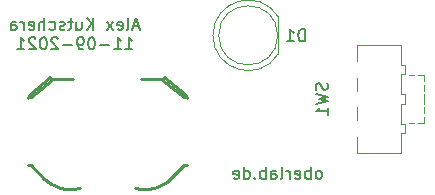
<source format=gbr>
%TF.GenerationSoftware,KiCad,Pcbnew,5.1.10*%
%TF.CreationDate,2021-09-11T14:18:55+02:00*%
%TF.ProjectId,alpaka_svg2shenzhen,616c7061-6b61-45f7-9376-67327368656e,rev?*%
%TF.SameCoordinates,Original*%
%TF.FileFunction,Legend,Bot*%
%TF.FilePolarity,Positive*%
%FSLAX46Y46*%
G04 Gerber Fmt 4.6, Leading zero omitted, Abs format (unit mm)*
G04 Created by KiCad (PCBNEW 5.1.10) date 2021-09-11 14:18:55*
%MOMM*%
%LPD*%
G01*
G04 APERTURE LIST*
%ADD10C,0.150000*%
%ADD11C,0.254000*%
%ADD12C,0.120000*%
G04 APERTURE END LIST*
D10*
X99966019Y-60599580D02*
X100061257Y-60551961D01*
X100108876Y-60504342D01*
X100156495Y-60409104D01*
X100156495Y-60123390D01*
X100108876Y-60028152D01*
X100061257Y-59980533D01*
X99966019Y-59932914D01*
X99823161Y-59932914D01*
X99727923Y-59980533D01*
X99680304Y-60028152D01*
X99632685Y-60123390D01*
X99632685Y-60409104D01*
X99680304Y-60504342D01*
X99727923Y-60551961D01*
X99823161Y-60599580D01*
X99966019Y-60599580D01*
X99204114Y-60599580D02*
X99204114Y-59599580D01*
X99204114Y-59980533D02*
X99108876Y-59932914D01*
X98918400Y-59932914D01*
X98823161Y-59980533D01*
X98775542Y-60028152D01*
X98727923Y-60123390D01*
X98727923Y-60409104D01*
X98775542Y-60504342D01*
X98823161Y-60551961D01*
X98918400Y-60599580D01*
X99108876Y-60599580D01*
X99204114Y-60551961D01*
X97918400Y-60551961D02*
X98013638Y-60599580D01*
X98204114Y-60599580D01*
X98299352Y-60551961D01*
X98346971Y-60456723D01*
X98346971Y-60075771D01*
X98299352Y-59980533D01*
X98204114Y-59932914D01*
X98013638Y-59932914D01*
X97918400Y-59980533D01*
X97870780Y-60075771D01*
X97870780Y-60171009D01*
X98346971Y-60266247D01*
X97442209Y-60599580D02*
X97442209Y-59932914D01*
X97442209Y-60123390D02*
X97394590Y-60028152D01*
X97346971Y-59980533D01*
X97251733Y-59932914D01*
X97156495Y-59932914D01*
X96680304Y-60599580D02*
X96775542Y-60551961D01*
X96823161Y-60456723D01*
X96823161Y-59599580D01*
X95870780Y-60599580D02*
X95870780Y-60075771D01*
X95918400Y-59980533D01*
X96013638Y-59932914D01*
X96204114Y-59932914D01*
X96299352Y-59980533D01*
X95870780Y-60551961D02*
X95966019Y-60599580D01*
X96204114Y-60599580D01*
X96299352Y-60551961D01*
X96346971Y-60456723D01*
X96346971Y-60361485D01*
X96299352Y-60266247D01*
X96204114Y-60218628D01*
X95966019Y-60218628D01*
X95870780Y-60171009D01*
X95394590Y-60599580D02*
X95394590Y-59599580D01*
X95394590Y-59980533D02*
X95299352Y-59932914D01*
X95108876Y-59932914D01*
X95013638Y-59980533D01*
X94966019Y-60028152D01*
X94918400Y-60123390D01*
X94918400Y-60409104D01*
X94966019Y-60504342D01*
X95013638Y-60551961D01*
X95108876Y-60599580D01*
X95299352Y-60599580D01*
X95394590Y-60551961D01*
X94489828Y-60504342D02*
X94442209Y-60551961D01*
X94489828Y-60599580D01*
X94537447Y-60551961D01*
X94489828Y-60504342D01*
X94489828Y-60599580D01*
X93585066Y-60599580D02*
X93585066Y-59599580D01*
X93585066Y-60551961D02*
X93680304Y-60599580D01*
X93870780Y-60599580D01*
X93966019Y-60551961D01*
X94013638Y-60504342D01*
X94061257Y-60409104D01*
X94061257Y-60123390D01*
X94013638Y-60028152D01*
X93966019Y-59980533D01*
X93870780Y-59932914D01*
X93680304Y-59932914D01*
X93585066Y-59980533D01*
X92727923Y-60551961D02*
X92823161Y-60599580D01*
X93013638Y-60599580D01*
X93108876Y-60551961D01*
X93156495Y-60456723D01*
X93156495Y-60075771D01*
X93108876Y-59980533D01*
X93013638Y-59932914D01*
X92823161Y-59932914D01*
X92727923Y-59980533D01*
X92680304Y-60075771D01*
X92680304Y-60171009D01*
X93156495Y-60266247D01*
X84676571Y-47703266D02*
X84200380Y-47703266D01*
X84771809Y-47988980D02*
X84438476Y-46988980D01*
X84105142Y-47988980D01*
X83628952Y-47988980D02*
X83724190Y-47941361D01*
X83771809Y-47846123D01*
X83771809Y-46988980D01*
X82867047Y-47941361D02*
X82962285Y-47988980D01*
X83152761Y-47988980D01*
X83248000Y-47941361D01*
X83295619Y-47846123D01*
X83295619Y-47465171D01*
X83248000Y-47369933D01*
X83152761Y-47322314D01*
X82962285Y-47322314D01*
X82867047Y-47369933D01*
X82819428Y-47465171D01*
X82819428Y-47560409D01*
X83295619Y-47655647D01*
X82486095Y-47988980D02*
X81962285Y-47322314D01*
X82486095Y-47322314D02*
X81962285Y-47988980D01*
X80819428Y-47988980D02*
X80819428Y-46988980D01*
X80248000Y-47988980D02*
X80676571Y-47417552D01*
X80248000Y-46988980D02*
X80819428Y-47560409D01*
X79390857Y-47322314D02*
X79390857Y-47988980D01*
X79819428Y-47322314D02*
X79819428Y-47846123D01*
X79771809Y-47941361D01*
X79676571Y-47988980D01*
X79533714Y-47988980D01*
X79438476Y-47941361D01*
X79390857Y-47893742D01*
X79057523Y-47322314D02*
X78676571Y-47322314D01*
X78914666Y-46988980D02*
X78914666Y-47846123D01*
X78867047Y-47941361D01*
X78771809Y-47988980D01*
X78676571Y-47988980D01*
X78390857Y-47941361D02*
X78295619Y-47988980D01*
X78105142Y-47988980D01*
X78009904Y-47941361D01*
X77962285Y-47846123D01*
X77962285Y-47798504D01*
X78009904Y-47703266D01*
X78105142Y-47655647D01*
X78248000Y-47655647D01*
X78343238Y-47608028D01*
X78390857Y-47512790D01*
X78390857Y-47465171D01*
X78343238Y-47369933D01*
X78248000Y-47322314D01*
X78105142Y-47322314D01*
X78009904Y-47369933D01*
X77105142Y-47941361D02*
X77200380Y-47988980D01*
X77390857Y-47988980D01*
X77486095Y-47941361D01*
X77533714Y-47893742D01*
X77581333Y-47798504D01*
X77581333Y-47512790D01*
X77533714Y-47417552D01*
X77486095Y-47369933D01*
X77390857Y-47322314D01*
X77200380Y-47322314D01*
X77105142Y-47369933D01*
X76676571Y-47988980D02*
X76676571Y-46988980D01*
X76248000Y-47988980D02*
X76248000Y-47465171D01*
X76295619Y-47369933D01*
X76390857Y-47322314D01*
X76533714Y-47322314D01*
X76628952Y-47369933D01*
X76676571Y-47417552D01*
X75390857Y-47941361D02*
X75486095Y-47988980D01*
X75676571Y-47988980D01*
X75771809Y-47941361D01*
X75819428Y-47846123D01*
X75819428Y-47465171D01*
X75771809Y-47369933D01*
X75676571Y-47322314D01*
X75486095Y-47322314D01*
X75390857Y-47369933D01*
X75343238Y-47465171D01*
X75343238Y-47560409D01*
X75819428Y-47655647D01*
X74914666Y-47988980D02*
X74914666Y-47322314D01*
X74914666Y-47512790D02*
X74867047Y-47417552D01*
X74819428Y-47369933D01*
X74724190Y-47322314D01*
X74628952Y-47322314D01*
X73867047Y-47988980D02*
X73867047Y-47465171D01*
X73914666Y-47369933D01*
X74009904Y-47322314D01*
X74200380Y-47322314D01*
X74295619Y-47369933D01*
X73867047Y-47941361D02*
X73962285Y-47988980D01*
X74200380Y-47988980D01*
X74295619Y-47941361D01*
X74343238Y-47846123D01*
X74343238Y-47750885D01*
X74295619Y-47655647D01*
X74200380Y-47608028D01*
X73962285Y-47608028D01*
X73867047Y-47560409D01*
X83533714Y-49638980D02*
X84105142Y-49638980D01*
X83819428Y-49638980D02*
X83819428Y-48638980D01*
X83914666Y-48781838D01*
X84009904Y-48877076D01*
X84105142Y-48924695D01*
X82581333Y-49638980D02*
X83152761Y-49638980D01*
X82867047Y-49638980D02*
X82867047Y-48638980D01*
X82962285Y-48781838D01*
X83057523Y-48877076D01*
X83152761Y-48924695D01*
X82152761Y-49258028D02*
X81390857Y-49258028D01*
X80724190Y-48638980D02*
X80628952Y-48638980D01*
X80533714Y-48686600D01*
X80486095Y-48734219D01*
X80438476Y-48829457D01*
X80390857Y-49019933D01*
X80390857Y-49258028D01*
X80438476Y-49448504D01*
X80486095Y-49543742D01*
X80533714Y-49591361D01*
X80628952Y-49638980D01*
X80724190Y-49638980D01*
X80819428Y-49591361D01*
X80867047Y-49543742D01*
X80914666Y-49448504D01*
X80962285Y-49258028D01*
X80962285Y-49019933D01*
X80914666Y-48829457D01*
X80867047Y-48734219D01*
X80819428Y-48686600D01*
X80724190Y-48638980D01*
X79914666Y-49638980D02*
X79724190Y-49638980D01*
X79628952Y-49591361D01*
X79581333Y-49543742D01*
X79486095Y-49400885D01*
X79438476Y-49210409D01*
X79438476Y-48829457D01*
X79486095Y-48734219D01*
X79533714Y-48686600D01*
X79628952Y-48638980D01*
X79819428Y-48638980D01*
X79914666Y-48686600D01*
X79962285Y-48734219D01*
X80009904Y-48829457D01*
X80009904Y-49067552D01*
X79962285Y-49162790D01*
X79914666Y-49210409D01*
X79819428Y-49258028D01*
X79628952Y-49258028D01*
X79533714Y-49210409D01*
X79486095Y-49162790D01*
X79438476Y-49067552D01*
X79009904Y-49258028D02*
X78248000Y-49258028D01*
X77819428Y-48734219D02*
X77771809Y-48686600D01*
X77676571Y-48638980D01*
X77438476Y-48638980D01*
X77343238Y-48686600D01*
X77295619Y-48734219D01*
X77248000Y-48829457D01*
X77248000Y-48924695D01*
X77295619Y-49067552D01*
X77867047Y-49638980D01*
X77248000Y-49638980D01*
X76628952Y-48638980D02*
X76533714Y-48638980D01*
X76438476Y-48686600D01*
X76390857Y-48734219D01*
X76343238Y-48829457D01*
X76295619Y-49019933D01*
X76295619Y-49258028D01*
X76343238Y-49448504D01*
X76390857Y-49543742D01*
X76438476Y-49591361D01*
X76533714Y-49638980D01*
X76628952Y-49638980D01*
X76724190Y-49591361D01*
X76771809Y-49543742D01*
X76819428Y-49448504D01*
X76867047Y-49258028D01*
X76867047Y-49019933D01*
X76819428Y-48829457D01*
X76771809Y-48734219D01*
X76724190Y-48686600D01*
X76628952Y-48638980D01*
X75914666Y-48734219D02*
X75867047Y-48686600D01*
X75771809Y-48638980D01*
X75533714Y-48638980D01*
X75438476Y-48686600D01*
X75390857Y-48734219D01*
X75343238Y-48829457D01*
X75343238Y-48924695D01*
X75390857Y-49067552D01*
X75962285Y-49638980D01*
X75343238Y-49638980D01*
X74390857Y-49638980D02*
X74962285Y-49638980D01*
X74676571Y-49638980D02*
X74676571Y-48638980D01*
X74771809Y-48781838D01*
X74867047Y-48877076D01*
X74962285Y-48924695D01*
D11*
%TO.C,BT1*%
X79668350Y-61364259D02*
X79483932Y-61408168D01*
X79483932Y-61408168D02*
X79290719Y-61443300D01*
X79290719Y-61443300D02*
X79106300Y-61460859D01*
X85420590Y-61460859D02*
X84876100Y-61460859D01*
X84876100Y-61460859D02*
X84691681Y-61443300D01*
X84691681Y-61443300D02*
X84498468Y-61408168D01*
X84498468Y-61408168D02*
X84314050Y-61364259D01*
X87326290Y-60600218D02*
X87185781Y-60731950D01*
X87185781Y-60731950D02*
X87027700Y-60854900D01*
X87027700Y-60854900D02*
X86869631Y-60969068D01*
X86869631Y-60969068D02*
X86711550Y-61065668D01*
X86711550Y-61065668D02*
X86535909Y-61162281D01*
X86535909Y-61162281D02*
X86360268Y-61241309D01*
X86360268Y-61241309D02*
X86175840Y-61311568D01*
X86175840Y-61311568D02*
X85991418Y-61364259D01*
X85991418Y-61364259D02*
X85798218Y-61408168D01*
X85798218Y-61408168D02*
X85613790Y-61434518D01*
X85613790Y-61434518D02*
X85420590Y-61460859D01*
X88459181Y-59476118D02*
X87326290Y-60600218D01*
X86667640Y-52204591D02*
X88459181Y-53697541D01*
X75523219Y-53697541D02*
X77314760Y-52204591D01*
X76656110Y-60600218D02*
X75514441Y-59476118D01*
X79106300Y-61460859D02*
X78561810Y-61460859D01*
X78561810Y-61460859D02*
X78368610Y-61434518D01*
X78368610Y-61434518D02*
X78184182Y-61408168D01*
X78184182Y-61408168D02*
X77990982Y-61364259D01*
X77990982Y-61364259D02*
X77806550Y-61311568D01*
X77806550Y-61311568D02*
X77622132Y-61241309D01*
X77622132Y-61241309D02*
X77446491Y-61162281D01*
X77446491Y-61162281D02*
X77270850Y-61065668D01*
X77270850Y-61065668D02*
X77112769Y-60969068D01*
X77112769Y-60969068D02*
X76954700Y-60854900D01*
X76954700Y-60854900D02*
X76796619Y-60731950D01*
X76796619Y-60731950D02*
X76656110Y-60600218D01*
X88626031Y-53504332D02*
X86834500Y-52011382D01*
X86667640Y-52204591D02*
X86702768Y-52169460D01*
X86702768Y-52169460D02*
X86729109Y-52134332D01*
X86729109Y-52134332D02*
X86755459Y-52099200D01*
X86755459Y-52099200D02*
X86781809Y-52064082D01*
X86781809Y-52064082D02*
X86799368Y-52046510D01*
X86799368Y-52046510D02*
X86816931Y-52028950D01*
X86816931Y-52028950D02*
X86825718Y-52020169D01*
X86825718Y-52020169D02*
X86834500Y-52011382D01*
X88459181Y-53697541D02*
X88494300Y-53662410D01*
X88494300Y-53662410D02*
X88520650Y-53627282D01*
X88520650Y-53627282D02*
X88547000Y-53592150D01*
X88547000Y-53592150D02*
X88573340Y-53557019D01*
X88573340Y-53557019D02*
X88590909Y-53539460D01*
X88590909Y-53539460D02*
X88608468Y-53521891D01*
X88608468Y-53521891D02*
X88617250Y-53513110D01*
X88617250Y-53513110D02*
X88626031Y-53504332D01*
X75356369Y-53504332D02*
X77147900Y-52011382D01*
X75523219Y-53697541D02*
X75488100Y-53662410D01*
X75488100Y-53662410D02*
X75461750Y-53627282D01*
X75461750Y-53627282D02*
X75426619Y-53592150D01*
X75426619Y-53592150D02*
X75409060Y-53557019D01*
X75409060Y-53557019D02*
X75382710Y-53539460D01*
X75382710Y-53539460D02*
X75373932Y-53521891D01*
X75373932Y-53521891D02*
X75365150Y-53513110D01*
X75365150Y-53513110D02*
X75356369Y-53504332D01*
X77314760Y-52204591D02*
X77279632Y-52169460D01*
X77279632Y-52169460D02*
X77253291Y-52134332D01*
X77253291Y-52134332D02*
X77218160Y-52099200D01*
X77218160Y-52099200D02*
X77200591Y-52064082D01*
X77200591Y-52064082D02*
X77174250Y-52046510D01*
X77174250Y-52046510D02*
X77165469Y-52028950D01*
X77165469Y-52028950D02*
X77156682Y-52020169D01*
X77156682Y-52020169D02*
X77147900Y-52011382D01*
X88713850Y-59476118D02*
X88713850Y-59442340D01*
X88713850Y-53731319D02*
X88713850Y-53697541D01*
X88459181Y-53697541D02*
X88713850Y-53697541D01*
X88459181Y-59476118D02*
X88713850Y-59476118D01*
X75268541Y-59476118D02*
X75268541Y-59442340D01*
X75268541Y-53731319D02*
X75268541Y-53697541D01*
X75523219Y-53697541D02*
X75268541Y-53697541D01*
X75514441Y-59476118D02*
X75268541Y-59476118D01*
X86753700Y-52197000D02*
X84848700Y-52197000D01*
X79133700Y-52197000D02*
X77228700Y-52197000D01*
D12*
%TO.C,D1*%
X96429200Y-48463200D02*
G75*
G03*
X96429200Y-48463200I-2500000J0D01*
G01*
X96489200Y-46918200D02*
X96489200Y-50008200D01*
X90939200Y-48463662D02*
G75*
G02*
X96489200Y-46918370I2990000J462D01*
G01*
X90939200Y-48462738D02*
G75*
G03*
X96489200Y-50008030I2990000J-462D01*
G01*
%TO.C,SW1*%
X103103600Y-57048000D02*
X103103600Y-58448000D01*
X103103600Y-58448000D02*
X106903600Y-58448000D01*
X106903600Y-49248000D02*
X103103600Y-49248000D01*
X103103600Y-49248000D02*
X103103600Y-50648000D01*
X103103600Y-55648000D02*
X103103600Y-54548000D01*
X103103600Y-54548000D02*
X103103600Y-54548000D01*
X103103600Y-53148000D02*
X103103600Y-52048000D01*
X103103600Y-52048000D02*
X103103600Y-52048000D01*
X106903600Y-58448000D02*
X106903600Y-56748000D01*
X106903600Y-56748000D02*
X107203600Y-56748000D01*
X107203600Y-56748000D02*
X107203600Y-55948000D01*
X107203600Y-55948000D02*
X106903600Y-55948000D01*
X106903600Y-55948000D02*
X106903600Y-54248000D01*
X106903600Y-54248000D02*
X107203600Y-54248000D01*
X107203600Y-54248000D02*
X107203600Y-53448000D01*
X107203600Y-53448000D02*
X106903600Y-53448000D01*
X106903600Y-53448000D02*
X106903600Y-51748000D01*
X106903600Y-51748000D02*
X107203600Y-51748000D01*
X107203600Y-51748000D02*
X107203600Y-50948000D01*
X107203600Y-50948000D02*
X106903600Y-50948000D01*
X106903600Y-50948000D02*
X106903600Y-49248000D01*
X106903600Y-49248000D02*
X106903600Y-49248000D01*
X108803600Y-51848000D02*
X108303600Y-51848000D01*
X108303600Y-51848000D02*
X108303600Y-51848000D01*
X108803600Y-51848000D02*
X108803600Y-52348000D01*
X108803600Y-52348000D02*
X108803600Y-52348000D01*
X108803600Y-55848000D02*
X108803600Y-55348000D01*
X108803600Y-55348000D02*
X108803600Y-55348000D01*
X108803600Y-55848000D02*
X108303600Y-55848000D01*
X108303600Y-55848000D02*
X108303600Y-55848000D01*
X108003600Y-55848000D02*
X107503600Y-55848000D01*
X107503600Y-55848000D02*
X107503600Y-55848000D01*
X108003600Y-51848000D02*
X107503600Y-51848000D01*
X107503600Y-51848000D02*
X107503600Y-51848000D01*
X108803600Y-52648000D02*
X108803600Y-53148000D01*
X108803600Y-53148000D02*
X108803600Y-53148000D01*
X108803600Y-55048000D02*
X108803600Y-54548000D01*
X108803600Y-54548000D02*
X108803600Y-54548000D01*
X108803600Y-54248000D02*
X108803600Y-53448000D01*
X108803600Y-53448000D02*
X108803600Y-53448000D01*
%TO.C,D1*%
D10*
X98731295Y-48966380D02*
X98731295Y-47966380D01*
X98493200Y-47966380D01*
X98350342Y-48014000D01*
X98255104Y-48109238D01*
X98207485Y-48204476D01*
X98159866Y-48394952D01*
X98159866Y-48537809D01*
X98207485Y-48728285D01*
X98255104Y-48823523D01*
X98350342Y-48918761D01*
X98493200Y-48966380D01*
X98731295Y-48966380D01*
X97207485Y-48966380D02*
X97778914Y-48966380D01*
X97493200Y-48966380D02*
X97493200Y-47966380D01*
X97588438Y-48109238D01*
X97683676Y-48204476D01*
X97778914Y-48252095D01*
%TO.C,SW1*%
X100608361Y-52514666D02*
X100655980Y-52657523D01*
X100655980Y-52895619D01*
X100608361Y-52990857D01*
X100560742Y-53038476D01*
X100465504Y-53086095D01*
X100370266Y-53086095D01*
X100275028Y-53038476D01*
X100227409Y-52990857D01*
X100179790Y-52895619D01*
X100132171Y-52705142D01*
X100084552Y-52609904D01*
X100036933Y-52562285D01*
X99941695Y-52514666D01*
X99846457Y-52514666D01*
X99751219Y-52562285D01*
X99703600Y-52609904D01*
X99655980Y-52705142D01*
X99655980Y-52943238D01*
X99703600Y-53086095D01*
X99655980Y-53419428D02*
X100655980Y-53657523D01*
X99941695Y-53848000D01*
X100655980Y-54038476D01*
X99655980Y-54276571D01*
X100655980Y-55181333D02*
X100655980Y-54609904D01*
X100655980Y-54895619D02*
X99655980Y-54895619D01*
X99798838Y-54800380D01*
X99894076Y-54705142D01*
X99941695Y-54609904D01*
%TD*%
M02*

</source>
